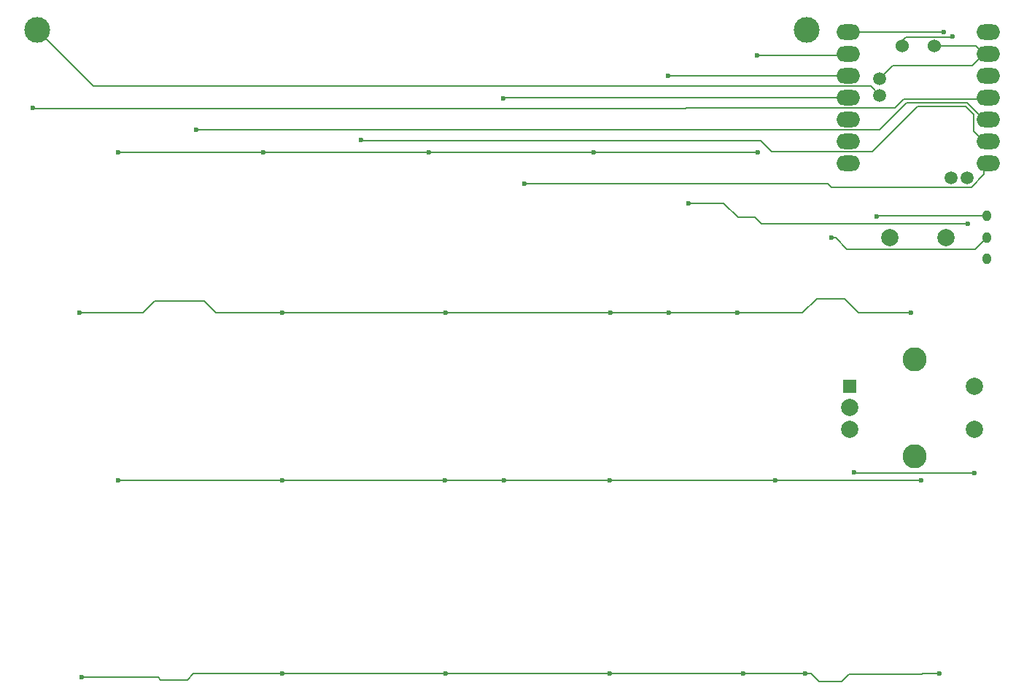
<source format=gbr>
%TF.GenerationSoftware,KiCad,Pcbnew,8.0.7*%
%TF.CreationDate,2025-05-02T22:34:39+09:00*%
%TF.ProjectId,cool642tb_L,636f6f6c-3634-4327-9462-5f4c2e6b6963,rev?*%
%TF.SameCoordinates,Original*%
%TF.FileFunction,Copper,L1,Top*%
%TF.FilePolarity,Positive*%
%FSLAX46Y46*%
G04 Gerber Fmt 4.6, Leading zero omitted, Abs format (unit mm)*
G04 Created by KiCad (PCBNEW 8.0.7) date 2025-05-02 22:34:39*
%MOMM*%
%LPD*%
G01*
G04 APERTURE LIST*
%TA.AperFunction,ComponentPad*%
%ADD10C,3.000000*%
%TD*%
%TA.AperFunction,ComponentPad*%
%ADD11C,2.000000*%
%TD*%
%TA.AperFunction,ComponentPad*%
%ADD12R,1.500000X1.500000*%
%TD*%
%TA.AperFunction,ComponentPad*%
%ADD13C,2.800000*%
%TD*%
%TA.AperFunction,ComponentPad*%
%ADD14O,1.000000X1.300000*%
%TD*%
%TA.AperFunction,ComponentPad*%
%ADD15O,2.750000X1.800000*%
%TD*%
%TA.AperFunction,ComponentPad*%
%ADD16C,1.500000*%
%TD*%
%TA.AperFunction,ComponentPad*%
%ADD17C,1.524000*%
%TD*%
%TA.AperFunction,ViaPad*%
%ADD18C,0.600000*%
%TD*%
%TA.AperFunction,Conductor*%
%ADD19C,0.200000*%
%TD*%
G04 APERTURE END LIST*
D10*
%TO.P,B1,1,+*%
%TO.N,Bat*%
X-6400000Y24710000D03*
%TO.P,B1,2,-*%
%TO.N,Net-(B1--)*%
X82870000Y24750000D03*
%TD*%
D11*
%TO.P,SW25,1,1*%
%TO.N,RST*%
X99100000Y560000D03*
%TO.P,SW25,2,2*%
%TO.N,GND*%
X92600000Y560000D03*
%TD*%
D12*
%TO.P,SW21,A,A*%
%TO.N,RE_A1*%
X87900000Y-16660000D03*
D11*
%TO.P,SW21,B,B*%
%TO.N,RE_B*%
X87900000Y-21660000D03*
%TO.P,SW21,C,C*%
%TO.N,GND*%
X87900000Y-19160000D03*
D13*
%TO.P,SW21,MP*%
%TO.N,N/C*%
X95400000Y-13560000D03*
X95400000Y-24760000D03*
D11*
%TO.P,SW21,S1*%
X102400000Y-16660000D03*
%TO.P,SW21,S2*%
X102400000Y-21660000D03*
%TD*%
D14*
%TO.P,SW24,1,A*%
%TO.N,GND*%
X103840000Y3104000D03*
%TO.P,SW24,2,B*%
%TO.N,Net-(B1--)*%
X103840000Y604000D03*
%TO.P,SW24,3,C*%
%TO.N,unconnected-(SW24-C-Pad3)*%
X103840000Y-1896000D03*
%TD*%
D15*
%TO.P,U1,1,P0.02_A0_D0*%
%TO.N,RE_B*%
X87740000Y24450000D03*
%TO.P,U1,2,P0.03_A1_D1*%
%TO.N,Row0*%
X87740000Y21910000D03*
%TO.P,U1,3,P0.28_A2_D2*%
%TO.N,Row1*%
X87740000Y19370000D03*
%TO.P,U1,4,P0.29_A3_D3*%
%TO.N,Row2*%
X87740000Y16830000D03*
%TO.P,U1,5,P0.04_A4_D4_SDA*%
%TO.N,unconnected-(U1-P0.04_A4_D4_SDA-Pad5)*%
X87740000Y14290000D03*
%TO.P,U1,6,P0.05_A5_D5_SCL*%
%TO.N,RE_A1*%
X87740000Y11750000D03*
%TO.P,U1,7,P1.11_D6_TX*%
%TO.N,Row3*%
X87740000Y9210000D03*
%TO.P,U1,8,P1.12_D7_RX*%
%TO.N,Col3*%
X103980000Y9210000D03*
%TO.P,U1,9,P1.13_D8_SCK*%
%TO.N,Col2*%
X103980000Y11750000D03*
%TO.P,U1,10,P1.14_D9_MISO*%
%TO.N,Col1*%
X103980000Y14290000D03*
%TO.P,U1,11,P1.15_D10_MOSI*%
%TO.N,Col0*%
X103980000Y16830000D03*
%TO.P,U1,12,3V3*%
%TO.N,unconnected-(U1-3V3-Pad12)*%
X103980000Y19370000D03*
%TO.P,U1,13,GND*%
%TO.N,GND*%
X103980000Y21910000D03*
%TO.P,U1,14,5V*%
%TO.N,VCC*%
X103980000Y24450000D03*
D16*
%TO.P,U1,15,NFC1_0.09*%
%TO.N,Col5*%
X99695400Y7518000D03*
%TO.P,U1,16,NFC2_0.10*%
%TO.N,Col4*%
X101575000Y7518000D03*
%TO.P,U1,20,BATT+*%
%TO.N,Bat*%
X91415000Y17147000D03*
%TO.P,U1,21,BATT-*%
%TO.N,GND*%
X91415000Y19052000D03*
D17*
%TO.P,U1,22,RST*%
%TO.N,RST*%
X93980000Y22900000D03*
%TO.P,U1,23,GND*%
%TO.N,GND*%
X97700000Y22840000D03*
%TD*%
D18*
%TO.N,RST*%
X99850000Y23950000D03*
%TO.N,RE_B*%
X98810000Y24502000D03*
%TO.N,Net-(B1--)*%
X85820000Y570000D03*
%TO.N,Row0*%
X19800000Y10500000D03*
X3000000Y10500000D03*
X39010000Y10500000D03*
X77210000Y10500000D03*
X77140000Y21790000D03*
X58160000Y10500000D03*
%TO.N,Row1*%
X-1480000Y-8140000D03*
X60100000Y-8140000D03*
X22000000Y-8140000D03*
X95020000Y-8140000D03*
X66870000Y-8140000D03*
X74890000Y-8110000D03*
X66800000Y19400000D03*
X41010000Y-8140000D03*
%TO.N,Row2*%
X40940000Y-27590000D03*
X96220000Y-27590000D03*
X60080000Y-27590000D03*
X3000000Y-27590000D03*
X79260000Y-27590000D03*
X22030000Y-27590000D03*
X47740000Y-27590000D03*
X47670000Y16810000D03*
%TO.N,Row3*%
X82750000Y-50040000D03*
X60020000Y-50040000D03*
X22010000Y-50040000D03*
X-1290000Y-50470000D03*
X41040000Y-50040000D03*
X75570000Y-50040000D03*
X98300000Y-50060000D03*
%TO.N,Col0*%
X-6880000Y15660000D03*
%TO.N,Col1*%
X12040000Y13160000D03*
%TO.N,Col2*%
X31170000Y11920000D03*
%TO.N,Col3*%
X50170000Y6870000D03*
%TO.N,Col4*%
X69220000Y4620000D03*
X101600000Y2240000D03*
%TO.N,Col5*%
X88400000Y-26700000D03*
X102400000Y-26770000D03*
%TO.N,GND*%
X91050000Y3090000D03*
%TD*%
D19*
%TO.N,Net-(B1--)*%
X86290000Y570000D02*
X87600000Y-740000D01*
X87600000Y-740000D02*
X102496000Y-740000D01*
X102496000Y-740000D02*
X103840000Y604000D01*
%TO.N,RST*%
X98988000Y23902000D02*
X99802000Y23902000D01*
X99802000Y23902000D02*
X99850000Y23950000D01*
%TO.N,RE_B*%
X93580000Y24450000D02*
X98758000Y24450000D01*
X98758000Y24450000D02*
X98810000Y24502000D01*
%TO.N,RST*%
X94437850Y23902000D02*
X98988000Y23902000D01*
X93980000Y23444150D02*
X94437850Y23902000D01*
X93980000Y22900000D02*
X93980000Y23444150D01*
%TO.N,GND*%
X97700000Y22840000D02*
X102550000Y22840000D01*
X102550000Y22840000D02*
X103480000Y21910000D01*
%TO.N,Col2*%
X103480000Y11750000D02*
X102305000Y12925000D01*
X90510000Y10550000D02*
X78860000Y10550000D01*
X102305000Y12925000D02*
X102305000Y14899314D01*
X102305000Y14899314D02*
X101354314Y15850000D01*
X101354314Y15850000D02*
X95810000Y15850000D01*
X77580000Y11830000D02*
X31260000Y11830000D01*
X95810000Y15850000D02*
X90510000Y10550000D01*
X78860000Y10550000D02*
X77580000Y11830000D01*
X31260000Y11830000D02*
X31170000Y11920000D01*
%TO.N,Col1*%
X103480000Y14290000D02*
X101520000Y16250000D01*
X101520000Y16250000D02*
X94540000Y16250000D01*
X94540000Y16250000D02*
X91380000Y13090000D01*
X91380000Y13090000D02*
X12110000Y13090000D01*
X12110000Y13090000D02*
X12040000Y13160000D01*
%TO.N,Col0*%
X103480000Y16830000D02*
X103300000Y16650000D01*
X93180000Y15630000D02*
X68870000Y15630000D01*
X103300000Y16650000D02*
X94200000Y16650000D01*
X94200000Y16650000D02*
X93180000Y15630000D01*
%TO.N,GND*%
X91415000Y19052000D02*
X92910056Y20547056D01*
X102117056Y20547056D02*
X103480000Y21910000D01*
X92910056Y20547056D02*
X102117056Y20547056D01*
%TO.N,Bat*%
X-6400000Y24710000D02*
X140000Y18170000D01*
X90392000Y18170000D02*
X91415000Y17147000D01*
X140000Y18170000D02*
X90392000Y18170000D01*
%TO.N,Net-(B1--)*%
X85820000Y570000D02*
X86290000Y570000D01*
%TO.N,Row0*%
X77210000Y10500000D02*
X58160000Y10500000D01*
X39010000Y10500000D02*
X19800000Y10500000D01*
X58160000Y10500000D02*
X39010000Y10500000D01*
X88120000Y21790000D02*
X88240000Y21910000D01*
X19800000Y10500000D02*
X3000000Y10500000D01*
X77140000Y21790000D02*
X88120000Y21790000D01*
X88336000Y21640000D02*
X88290000Y21686000D01*
%TO.N,Row1*%
X88940000Y-8120000D02*
X87290000Y-6470000D01*
X66830000Y19370000D02*
X66800000Y19400000D01*
X5850000Y-8140000D02*
X7240000Y-6750000D01*
X22000000Y-8140000D02*
X19870000Y-8140000D01*
X72840000Y-8140000D02*
X72870000Y-8110000D01*
X41010000Y-8140000D02*
X38980000Y-8140000D01*
X58080000Y-8140000D02*
X41010000Y-8140000D01*
X84080000Y-6470000D02*
X82440000Y-8110000D01*
X7240000Y-6750000D02*
X12940000Y-6750000D01*
X82440000Y-8110000D02*
X74890000Y-8110000D01*
X60100000Y-8140000D02*
X66870000Y-8140000D01*
X66870000Y-8140000D02*
X72840000Y-8140000D01*
X74890000Y-8110000D02*
X72870000Y-8110000D01*
X12940000Y-6750000D02*
X14330000Y-8140000D01*
X-1480000Y-8140000D02*
X5850000Y-8140000D01*
X38980000Y-8140000D02*
X22000000Y-8140000D01*
X88240000Y19370000D02*
X66830000Y19370000D01*
X58080000Y-8140000D02*
X60100000Y-8140000D01*
X14330000Y-8140000D02*
X19870000Y-8140000D01*
X87290000Y-6470000D02*
X84080000Y-6470000D01*
X95020000Y-8140000D02*
X95000000Y-8120000D01*
X95000000Y-8120000D02*
X88940000Y-8120000D01*
%TO.N,Row2*%
X22030000Y-27590000D02*
X19990000Y-27590000D01*
X77230000Y-27590000D02*
X60080000Y-27590000D01*
X47690000Y16830000D02*
X47670000Y16810000D01*
X38930000Y-27590000D02*
X22030000Y-27590000D01*
X40940000Y-27590000D02*
X38930000Y-27590000D01*
X96220000Y-27590000D02*
X79260000Y-27590000D01*
X19990000Y-27590000D02*
X3000000Y-27590000D01*
X79260000Y-27590000D02*
X77230000Y-27590000D01*
X88240000Y16830000D02*
X47690000Y16830000D01*
X47740000Y-27590000D02*
X40940000Y-27590000D01*
X58040000Y-27590000D02*
X47740000Y-27590000D01*
X60080000Y-27590000D02*
X58040000Y-27590000D01*
%TO.N,Row3*%
X22010000Y-50040000D02*
X38990000Y-50040000D01*
X-1290000Y-50470000D02*
X7610000Y-50470000D01*
X98300000Y-50060000D02*
X96300000Y-50060000D01*
X87850000Y-50080000D02*
X96280000Y-50080000D01*
X84330000Y-50960000D02*
X86970000Y-50960000D01*
X19920000Y-50040000D02*
X22010000Y-50040000D01*
X7900000Y-50760000D02*
X11010000Y-50760000D01*
X11010000Y-50760000D02*
X11730000Y-50040000D01*
X96300000Y-50060000D02*
X96280000Y-50080000D01*
X38990000Y-50040000D02*
X41040000Y-50040000D01*
X11730000Y-50040000D02*
X19920000Y-50040000D01*
X60020000Y-50040000D02*
X73580000Y-50040000D01*
X57950000Y-50040000D02*
X60020000Y-50040000D01*
X86970000Y-50960000D02*
X87850000Y-50080000D01*
X83410000Y-50040000D02*
X84330000Y-50960000D01*
X7610000Y-50470000D02*
X7900000Y-50760000D01*
X82750000Y-50040000D02*
X83410000Y-50040000D01*
X73580000Y-50040000D02*
X75570000Y-50040000D01*
X41040000Y-50040000D02*
X57950000Y-50040000D01*
X75570000Y-50040000D02*
X82750000Y-50040000D01*
%TO.N,Col0*%
X68870000Y15630000D02*
X68860000Y15620000D01*
X-6840000Y15620000D02*
X-6880000Y15660000D01*
X68860000Y15620000D02*
X-6840000Y15620000D01*
%TO.N,Col3*%
X85762000Y6468000D02*
X85350000Y6880000D01*
X50180000Y6880000D02*
X50170000Y6870000D01*
X85350000Y6880000D02*
X50180000Y6880000D01*
X102009925Y6468000D02*
X85762000Y6468000D01*
X103480000Y7938075D02*
X102009925Y6468000D01*
X103480000Y9210000D02*
X103480000Y7938075D01*
%TO.N,Col4*%
X73290000Y4620000D02*
X69220000Y4620000D01*
X77636955Y2240000D02*
X76886955Y2990000D01*
X76886955Y2990000D02*
X74920000Y2990000D01*
X74920000Y2990000D02*
X73290000Y4620000D01*
X101600000Y2240000D02*
X77636955Y2240000D01*
%TO.N,Col5*%
X102400000Y-26770000D02*
X88470000Y-26770000D01*
X88470000Y-26770000D02*
X88400000Y-26700000D01*
%TO.N,GND*%
X91064000Y3104000D02*
X91050000Y3090000D01*
X103840000Y3104000D02*
X91064000Y3104000D01*
%TO.N,RE_B*%
X93580000Y24450000D02*
X88240000Y24450000D01*
%TD*%
M02*

</source>
